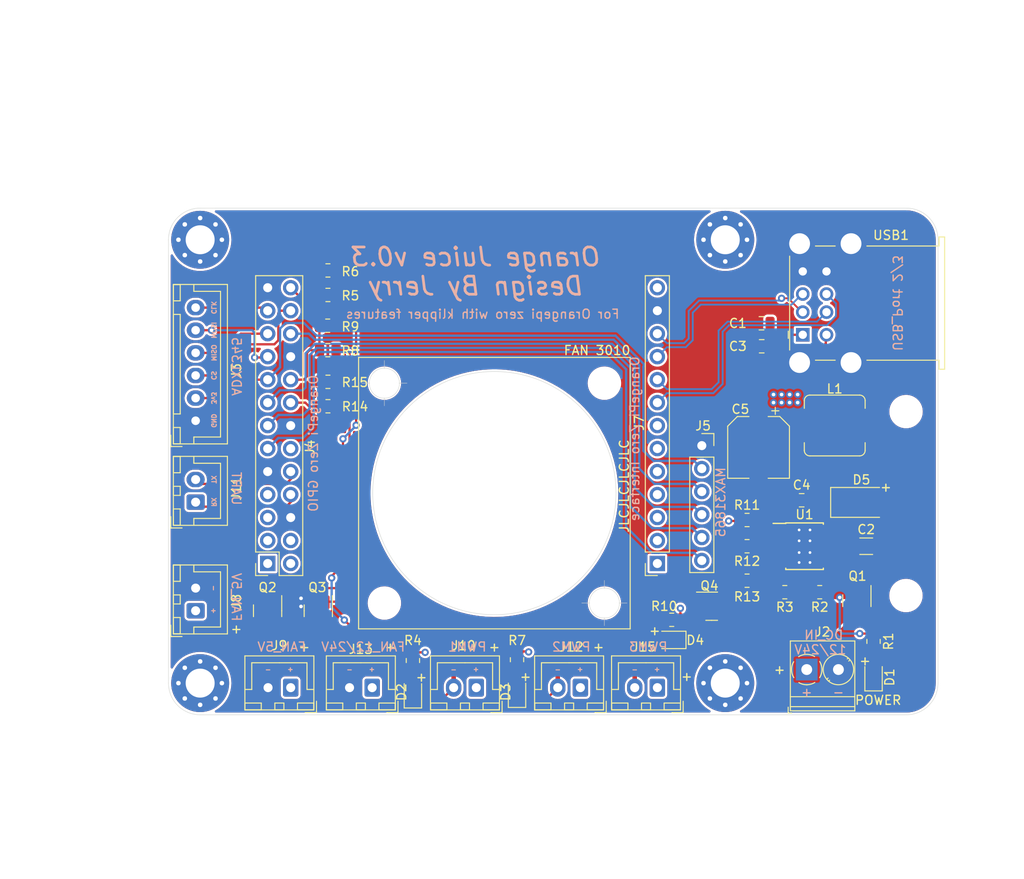
<source format=kicad_pcb>
(kicad_pcb (version 20211014) (generator pcbnew)
  (layers (0 "F.Cu" signal) (1 "In1.Cu" power) (2 "In2.Cu" power) (31 "B.Cu" signal) (34 "B.Paste" user) (35 "F.Paste" user) (36 "B.SilkS" user "B.Silkscreen") (37 "F.SilkS" user "F.Silkscreen") (38 "B.Mask" user) (39 "F.Mask" user) (44 "Edge.Cuts" user))
  (net 0 "")
  (net 1 "GND")
  (net 2 "+5V")
  (net 3 "BUCK_IN")
  (net 4 "BUCK_BOOT")
  (net 5 "BUCK_PH")
  (net 6 "Net-(D1-Pad2)")
  (net 7 "Net-(D2-Pad1)")
  (net 8 "Net-(D3-Pad2)")
  (net 9 "DCIN")
  (net 10 "+3V3")
  (net 11 "SPI1_CS")
  (net 12 "SPI1_MISO")
  (net 13 "SPI1_MOSI")
  (net 14 "SPI1_CLK")
  (net 15 "UART1_RX")
  (net 16 "UART1_TX")
  (net 17 "GPIO_19")
  (net 18 "GPIO_18")
  (net 19 "GPIO_10")
  (net 20 "Net-(Q2-Pad1)")
  (net 21 "Net-(Q3-Pad1)")
  (net 22 "Net-(Q4-Pad1)")
  (net 23 "BUCK_EN")
  (net 24 "BUCK_VSNS")
  (net 25 "Net-(R12-Pad2)")
  (net 27 "GPIO_1_CS")
  (net 28 "GPIO_0_SDI")
  (net 29 "GPIO_3_SDO")
  (net 30 "GPIO_2_CLK")
  (net 36 "USB_DP3")
  (net 37 "USB_DM3")
  (net 38 "USB_DP2")
  (net 39 "USB_DM2")
  (net 48 "Net-(D4-Pad2)")
  (net 49 "Net-(D4-Pad1)")
  (net 50 "Net-(D3-Pad1)")
  (net 51 "Net-(D2-Pad2)")
  (footprint "LED_SMD:LED_0805_2012Metric" (layer "F.Cu") (at 143.5 119 90)
    (property "Reference" "D3")
    (property "Value" "PWM2_STATUS")
    (fp_text reference "D3")
    (fp_text value "PWM2_STATUS")
  )
  (footprint "Connector_JST:JST_XH_B2B-XH-A_1x02_P2.50mm_Vertical" (layer "F.Cu") (at 139 118.5 180)
    (property "Reference" "J10")
    (property "Value" "PWM_OUT1")
    (fp_text reference "J10")
    (fp_text value "PWM_OUT1")
  )
  (footprint "Connector_JST:JST_XH_B2B-XH-A_1x02_P2.50mm_Vertical" (layer "F.Cu") (at 150.5 118.5 180)
    (property "Reference" "J12")
    (property "Value" "PWM_OUT2")
    (fp_text reference "J12")
    (fp_text value "PWM_OUT2")
  )
  (footprint "Connector_JST:JST_XH_B2B-XH-A_1x02_P2.50mm_Vertical" (layer "F.Cu") (at 127.5 118.5 180)
    (property "Reference" "J13")
    (property "Value" "FAN_12/24v")
    (fp_text reference "J13")
    (fp_text value "FAN_12/24v")
  )
  (footprint "Connector_JST:JST_XH_B2B-XH-A_1x02_P2.50mm_Vertical" (layer "F.Cu") (at 108 98 90)
    (property "Reference" "J11")
    (property "Value" "CONN_UART")
    (fp_text reference "J11")
    (fp_text value "CONN_UART")
  )
  (footprint "Connector_JST:JST_XH_B2B-XH-A_1x02_P2.50mm_Vertical" (layer "F.Cu") (at 108 110 90)
    (property "Reference" "J8")
    (property "Value" "FAN_5v")
    (fp_text reference "J8")
    (fp_text value "FAN_5v")
  )
  (footprint "Connector_JST:JST_XH_B2B-XH-A_1x02_P2.50mm_Vertical" (layer "F.Cu") (at 118.5 118.5 180)
    (property "Reference" "J9")
    (property "Value" "PWR_5v")
    (fp_text reference "J9")
    (fp_text value "PWR_5v")
  )
  (footprint "Connector_PinSocket_2.54mm:PinSocket_2x13_P2.54mm_Vertical" (layer "F.Cu") (at 115.96 104.78 180)
    (property "Reference" "J4")
    (property "Value" "OrangePi Zero GPIO PINs")
    (fp_text reference "J4")
    (fp_text value "OrangePi Zero GPIO PINs")
  )
  (footprint "Connector_PinSocket_2.54mm:PinSocket_1x13_P2.54mm_Vertical" (layer "F.Cu") (at 159 104.78 180)
    (property "Reference" "J7")
    (property "Value" "OrangePi Zero Function Interface")
    (fp_text reference "J7")
    (fp_text value "OrangePi Zero Function Interface")
  )
  (footprint "Resistor_SMD:R_0805_2012Metric" (layer "F.Cu") (at 122.6125 75.1 180)
    (property "Reference" "R5")
    (property "Value" "100")
    (fp_text reference "R5")
    (fp_text value "100")
  )
  (footprint "Package_TO_SOT_SMD:SOT-23" (layer "F.Cu") (at 115.95 110 -90)
    (property "Reference" "Q2")
    (property "Value" "AO3400A")
    (fp_text reference "Q2")
    (fp_text value "AO3400A")
  )
  (footprint "Resistor_SMD:R_0805_2012Metric" (layer "F.Cu") (at 160.5875 111)
    (property "Reference" "R10")
    (property "Value" "4k7")
    (fp_text reference "R10")
    (fp_text value "4k7")
  )
  (footprint "Package_TO_SOT_SMD:SOT-23" (layer "F.Cu") (at 165 109.5)
    (property "Reference" "Q4")
    (property "Value" "AO3400A")
    (fp_text reference "Q4")
    (fp_text value "AO3400A")
  )
  (footprint "Resistor_SMD:R_0805_2012Metric" (layer "F.Cu") (at 122.6125 72.39 180)
    (property "Reference" "R6")
    (property "Value" "10k")
    (fp_text reference "R6")
    (fp_text value "10k")
  )
  (footprint "Resistor_SMD:R_0805_2012Metric" (layer "F.Cu") (at 122.6125 84.7 180)
    (property "Reference" "R15")
    (property "Value" "10k")
    (fp_text reference "R15")
    (fp_text value "10k")
  )
  (footprint "Resistor_SMD:R_0805_2012Metric" (layer "F.Cu") (at 143.5 115.4125 90)
    (property "Reference" "R7")
    (property "Value" "4k7")
    (fp_text reference "R7")
    (fp_text value "4k7")
  )
  (footprint "Resistor_SMD:R_0805_2012Metric" (layer "F.Cu") (at 122.6125 87.4 180)
    (property "Reference" "R14")
    (property "Value" "100")
    (fp_text reference "R14")
    (fp_text value "100")
  )
  (footprint "Resistor_SMD:R_0805_2012Metric" (layer "F.Cu") (at 122.5875 78.5 180)
    (property "Reference" "R9")
    (property "Value" "10k")
    (fp_text reference "R9")
    (fp_text value "10k")
  )
  (footprint "Connector_USB:USB_A_Wuerth_61400826021_Horizontal_Stacked" (layer "F.Cu") (at 175.062 79.5 90)
    (property "Reference" "USB1")
    (property "Value" "USB_A_Port_x2")
    (fp_text reference "USB1")
    (fp_text value "USB_A_Port_x2")
  )
  (footprint "Resistor_SMD:R_0805_2012Metric" (layer "F.Cu") (at 132 115.5 90)
    (property "Reference" "R4")
    (property "Value" "4k7")
    (fp_text reference "R4")
    (fp_text value "4k7")
  )
  (footprint "LED_SMD:LED_0805_2012Metric" (layer "F.Cu") (at 132 119.0625 90)
    (property "Reference" "D2")
    (property "Value" "PWM1_STATUS")
    (fp_text reference "D2")
    (fp_text value "PWM1_STATUS")
  )
  (footprint "Connector_JST:JST_XH_B6B-XH-A_1x06_P2.50mm_Vertical" (layer "F.Cu") (at 108 89 90)
    (property "Reference" "J3")
    (property "Value" "CONN_ADXL345")
    (fp_text reference "J3")
    (fp_text value "CONN_ADXL345")
  )
  (footprint "TerminalBlock_Phoenix:TerminalBlock_Phoenix_PT-1,5-2-3.5-H_1x02_P3.50mm_Horizontal" (layer "F.Cu") (at 175.5 116.5)
    (property "Reference" "J2")
    (property "Value" "DC_INPUT")
    (fp_text reference "J2")
    (fp_text value "DC_INPUT")
  )
  (footprint "Connector_PinSocket_2.54mm:PinSocket_1x06_P2.54mm_Vertical" (layer "F.Cu") (at 163.91 91.75)
    (property "Reference" "J5")
    (property "Value" "Conn_MAX31865")
    (fp_text reference "J5")
    (fp_text value "Conn_MAX31865")
  )
  (footprint "Package_TO_SOT_SMD:SOT-23" (layer "F.Cu") (at 121.55 110 -90)
    (property "Reference" "Q3")
    (property "Value" "AO3400A")
    (fp_text reference "Q3")
    (fp_text value "AO3400A")
  )
  (footprint "Connector_JST:JST_XH_B2B-XH-A_1x02_P2.50mm_Vertical" (layer "F.Cu") (at 159 118.5 180)
    (property "Reference" "J15")
    (property "Value" "PWM_OUT3")
    (fp_text reference "J15")
    (fp_text value "PWM_OUT3")
  )
  (footprint "MountingHole:MountingHole_3.2mm_M3_Pad_Via" (layer "F.Cu") (at 108.5 118)
    (property "Reference" "")
    (property "Value" "MH_Board")
    (fp_text reference "H2" hide)
    (fp_text value "MH_Board")
  )
  (footprint "MountingHole:MountingHole_3.2mm_M3_Pad_Via" (layer "F.Cu") (at 166.5 118)
    (property "Reference" "")
    (property "Value" "MH_Board")
    (fp_text reference "H3" hide)
    (fp_text value "MH_Board")
  )
  (footprint "MountingHole:MountingHole_3.2mm_M3_Pad_Via" (layer "F.Cu") (at 166.5 69)
    (property "Reference" "")
    (property "Value" "MH_Board")
    (fp_text reference "H4" hide)
    (fp_text value "MH_Board")
  )
  (footprint "MountingHole:MountingHole_3.2mm_M3" (layer "F.Cu") (at 153.15 109.15)
    (property "Reference" "H8")
    (property "Value" "MH_FAN")
    (fp_text reference "H8" hide)
    (fp_text value "MH_FAN")
  )
  (footprint "MountingHole:MountingHole_3.2mm_M3" (layer "F.Cu") (at 186.46 108.32)
    (property "Reference" "H9")
    (property "Value" "MH_MAX31865")
    (fp_text reference "H9" hide)
    (fp_text value "MH_MAX31865")
  )
  (footprint "MountingHole:MountingHole_3.2mm_M3" (layer "F.Cu") (at 186.47 87.99)
    (property "Reference" "H10")
    (property "Value" "MH_MAX31865")
    (fp_text reference "H10" hide)
    (fp_text value "MH_MAX31865")
  )
  (footprint "MountingHole:MountingHole_3.2mm_M3_Pad_Via" (layer "F.Cu") (at 108.5 69)
    (property "Reference" "")
    (property "Value" "MH_Board")
    (fp_text reference "H1" hide)
    (fp_text value "MH_Board")
  )
  (footprint "MountingHole:MountingHole_3.2mm_M3" (layer "F.Cu") (at 128.85 84.85)
    (property "Reference" "H5")
    (property "Value" "MH_FAN")
    (fp_text reference "H5" hide)
    (fp_text value "MH_FAN")
  )
  (footprint "MountingHole:MountingHole_3.2mm_M3" (layer "F.Cu") (at 153.15 84.85)
    (property "Reference" "H7")
    (property "Value" "MH_FAN")
    (fp_text reference "H7" hide)
    (fp_text value "MH_FAN")
  )
  (footprint "MountingHole:MountingHole_3.2mm_M3" (layer "F.Cu") (at 128.85 109.15)
    (property "Reference" "H6")
    (property "Value" "MH_FAN")
    (fp_text reference "H6" hide)
    (fp_text value "MH_FAN")
  )
  (footprint "Resistor_SMD:R_0805_2012Metric" (layer "F.Cu") (at 122.6 81.2 180)
    (property "Reference" "R8")
    (property "Value" "100")
    (fp_text reference "R8")
    (fp_text value "100")
  )
  (footprint "Resistor_SMD:R_0805_2012Metric" (layer "F.Cu") (at 176.9345 107.95 180)
    (property "Reference" "R2")
    (property "Value" "100k")
    (fp_text reference "R2")
    (fp_text value "100k")
  )
  (footprint "LED_SMD:LED_0805_2012Metric" (layer "F.Cu") (at 182.88 117.1725 90)
    (property "Reference" "D1")
    (property "Value" "PWR_LED")
    (fp_text reference "D1")
    (fp_text value "PWR_LED")
  )
  (footprint "Package_TO_SOT_SMD:SOT-23" (layer "F.Cu") (at 181.036 108.8875 -90)
    (property "Reference" "Q1")
    (property "Value" "AO3401A")
    (fp_text reference "Q1")
    (fp_text value "AO3401A")
  )
  (footprint "Resistor_SMD:R_0805_2012Metric" (layer "F.Cu") (at 173.0775 107.95 180)
    (property "Reference" "R3")
    (property "Value" "21k")
    (fp_text reference "R3")
    (fp_text value "21k")
  )
  (footprint "Resistor_SMD:R_0805_2012Metric" (layer "F.Cu") (at 182.88 113.3875 -90)
    (property "Reference" "R1")
    (property "Value" "4k7")
    (fp_text reference "R1")
    (fp_text value "4k7")
  )
  (footprint "Inductor_SMD:L_Sumida_CDMC6D28_7.25x6.5mm" (layer "F.Cu") (at 178.592 89.526 180)
    (property "Reference" "L1")
    (property "Value" "15u")
    (fp_text reference "L1")
    (fp_text value "15u")
  )
  (footprint "Capacitor_SMD:CP_Elec_6.3x5.4" (layer "F.Cu") (at 170.18 91.948 -90)
    (property "Reference" "C5")
    (property "Value" "220u")
    (fp_text reference "C5")
    (fp_text value "220u")
  )
  (footprint "Package_SO:TI_SO-PowerPAD-8_ThermalVias" (layer "F.Cu") (at 175.26 102.87)
    (property "Reference" "U1")
    (property "Value" "TPS5430")
    (fp_text reference "U1")
    (fp_text value "TPS5430")
  )
  (footprint "Capacitor_SMD:C_1206_3216Metric" (layer "F.Cu") (at 182.069 102.87)
    (property "Reference" "C2")
    (property "Value" "10u")
    (fp_text reference "C2")
    (fp_text value "10u")
  )
  (footprint "Resistor_SMD:R_0805_2012Metric" (layer "F.Cu") (at 168.91 106.68)
    (property "Reference" "R13")
    (property "Value" "240")
    (fp_text reference "R13")
    (fp_text value "240")
  )
  (footprint "Resistor_SMD:R_0805_2012Metric" (layer "F.Cu") (at 168.91 102.87 180)
    (property "Reference" "R12")
    (property "Value" "3k")
    (fp_text reference "R12")
    (fp_text value "3k")
  )
  (footprint "Capacitor_SMD:C_0805_2012Metric" (layer "F.Cu") (at 170.5254 80.772 180)
    (property "Reference" "C3")
    (property "Value" "22u")
    (fp_text reference "C3")
    (fp_text value "22u")
  )
  (footprint "LED_SMD:LED_0805_2012Metric" (layer "F.Cu") (at 160.4795 113.226 180)
    (property "Reference" "D4")
    (property "Value" "PWM3_STATUS")
    (fp_text reference "D4")
    (fp_text value "PWM3_STATUS")
  )
  (footprint "Capacitor_SMD:C_0805_2012Metric" (layer "F.Cu") (at 170.5 78.232 180)
    (property "Reference" "C1")
    (property "Value" "22u")
    (fp_text reference "C1")
    (fp_text value "22u")
  )
  (footprint "Diode_SMD:D_SMA" (layer "F.Cu") (at 181.542 98.026)
    (property "Reference" "D5")
    (property "Value" "B340A")
    (fp_text reference "D5")
    (fp_text value "B340A")
  )
  (footprint "Capacitor_SMD:C_0805_2012Metric" (layer "F.Cu") (at 174.94 97.79)
    (property "Reference" "C4")
    (property "Value" "10n")
    (fp_text reference "C4")
    (fp_text value "10n")
  )
  (footprint "Resistor_SMD:R_0805_2012Metric" (layer "F.Cu") (at 168.91 99.9725)
    (property "Reference" "R11")
    (property "Value" "10k")
    (fp_text reference "R11")
    (fp_text value "10k")
  )
  (gr_line (start 156 112) (end 156 82) (layer "F.SilkS") (width 0.12))
  (gr_line (start 126 82) (end 126 112) (layer "F.SilkS") (width 0.12))
  (gr_line (start 126 112) (end 156 112) (layer "F.SilkS") (width 0.12))
  (gr_line (start 156 82) (end 126 82) (layer "F.SilkS") (width 0.12))
  (gr_arc (start 186.5 65.5) (mid 188.974874 66.525126) (end 190 69) (layer "Edge.Cuts") (width 0.05))
  (gr_arc (start 108.5 121.5) (mid 106.025126 120.474874) (end 105 118) (layer "Edge.Cuts") (width 0.05))
  (gr_arc (start 105 69) (mid 106.025126 66.525126) (end 108.5 65.5) (layer "Edge.Cuts") (width 0.05))
  (gr_arc (start 190 118) (mid 188.974874 120.474874) (end 186.5 121.5) (layer "Edge.Cuts") (width 0.05))
  (gr_line (start 108.5 65.5) (end 186.5 65.5) (layer "Edge.Cuts") (width 0.05))
  (gr_line (start 190 69) (end 190 118) (layer "Edge.Cuts") (width 0.05))
  (gr_circle (center 141 97) (end 150.5 106.5) (layer "Edge.Cuts") (width 0.05) (fill none))
  (gr_line (start 186.5 121.5) (end 108.5 121.5) (layer "Edge.Cuts") (width 0.05))
  (gr_line (start 105 118) (end 105 69) (layer "Edge.Cuts") (width 0.05))
  (gr_text "UART" (at 112.5 96.5 -90) (layer "B.SilkS") (effects (font (size 1 1)) (justify mirror)))
  (gr_text "FAN_5V" (at 112.5 108.5 -90) (layer "B.SilkS") (effects (font (size 1 1)) (justify mirror)))
  (gr_text "FAN_5V" (at 117.5 114) (layer "B.SilkS") (effects (font (size 1 1)) (justify mirror)))
  (gr_text "FAN_12/24V" (at 126.5 114) (layer "B.SilkS") (effects (font (size 1 1)) (justify mirror)))
  (gr_text "PWM1" (at 138 114) (layer "B.SilkS") (effects (font (size 1 1)) (justify mirror)))
  (gr_text "PWM2" (at 149.5 114) (layer "B.SilkS") (effects (font (size 1 1)) (justify mirror)))
  (gr_text "PWM3" (at 158 114) (layer "B.SilkS") (effects (font (size 1 1)) (justify mirror)))
  (gr_text "DC_IN \n12/24V" (at 177 113.5) (layer "B.SilkS") (effects (font (size 1 1)) (justify mirror)))
  (gr_text "MAX31865" (at 166 98 90) (layer "B.SilkS") (effects (font (size 1 1)) (justify mirror)))
  (gr_text "OrangePi Zero GPIO" (at 121 91.5 90) (layer "B.SilkS") (effects (font (size 1 1)) (justify mirror)))
  (gr_text "OrangePi Zero Interface" (at 156.5 91 90) (layer "B.SilkS") (effects (font (size 1 1)) (justify mirror)))
  (gr_text "USB_Port 2/3" (at 185.5 76 -90) (layer "B.SilkS") (effects (font (size 1 1)) (justify mirror)))
  (gr_text "MOSI" (at 110 79 270) (layer "B.SilkS") (effects (font (size 0.5 0.5) (thickness 0.125)) (justify mirror)))
  (gr_text "MISO" (at 110 81.5 -90) (layer "B.SilkS") (effects (font (size 0.5 0.5) (thickness 0.125)) (justify mirror)))
  (gr_text "CS" (at 110 84 -90) (layer "B.SilkS") (effects (font (size 0.5 0.5) (thickness 0.125)) (justify mirror)))
  (gr_text "3v3" (at 110 86.5 -90) (layer "B.SilkS") (effects (font (size 0.5 0.5) (thickness 0.125)) (justify mirror)))
  (gr_text "GND" (at 110 89 -90) (layer "B.SilkS") (effects (font (size 0.5 0.5) (thickness 0.125)) (justify mirror)))
  (gr_text "TX" (at 110 95.5 -90) (layer "B.SilkS") (effects (font (size 0.5 0.5) (thickness 0.125)) (justify mirror)))
  (gr_text "RX" (at 110 98 -90) (layer "B.SilkS") (effects (font (size 0.5 0.5) (thickness 0.125)) (justify mirror)))
  (gr_text "+" (at 110 110 -90) (layer "B.SilkS") (effects (font (size 0.5 0.5) (thickness 0.125)) (justify mirror)))
  (gr_text "-" (at 110 107.5 -90) (layer "B.SilkS") (effects (font (size 0.5 0.5) (thickness 0.125)) (justify mirror)))
  (gr_text "+" (at 118.5 116.5 -90) (layer "B.SilkS") (effects (font (size 0.5 0.5) (thickness 0.125)) (justify mirror)))
  (gr_text "-" (at 116 116.5) (layer "B.SilkS") (effects (font (size 0.5 0.5) (thickness 0.125)) (justify mirror)))
  (gr_text "+" (at 127.5 116.5 -90) (layer "B.SilkS") (effects (font (size 0.5 0.5) (thickness 0.125)) (justify mirror)))
  (gr_text "-" (at 125 116.5) (layer "B.SilkS") (effects (font (size 0.5 0.5) (thickness 0.125)) (justify mirror)))
  (gr_text "+" (at 139 116.5 -90) (layer "B.SilkS") (effects (font (size 0.5 0.5) (thickness 0.125)) (justify mirror)))
  (gr_text "+" (at 150.5 116.5 -90) (layer "B.SilkS") (effects (font (size 0.5 0.5) (thickness 0.125)) (justify mirror)))
  (gr_text "+" (at 159 116.5 -90) (layer "B.SilkS") (effects (font (size 0.5 0.5) (thickness 0.125)) (justify mirror)))
  (gr_text "-" (at 136.5 116.5) (layer "B.SilkS") (effects (font (size 0.5 0.5) (thickness 0.125)) (justify mirror)))
  (gr_text "-" (at 148 116.5) (layer "B.SilkS") (effects (font (size 0.5 0.5) (thickness 0.125)) (justify mirror)))
  (gr_text "-" (at 156.5 116.5) (layer "B.SilkS") (effects (font (size 0.5 0.5) (thickness 0.125)) (justify mirror)))
  (gr_text "+" (at 175.5 119) (layer "B.SilkS") (effects (font (size 1 1)) (justify mirror)))
  (gr_text "-" (at 179 119) (layer "B.SilkS") (effects (font (size 1 1)) (justify mirror)))
  (gr_text "ADXL345" (at 112.5 83 270) (layer "B.SilkS") (effects (font (size 1 1)) (justify mirror)))
  (gr_text "Orange Juice v0.3\nDesign By Jerry" (at 139 72.5) (layer "B.SilkS") (effects (font (size 2 2) (thickness 0.3) italic) (justify mirror)))
  (gr_text "CLK" (at 110 76.5 270) (layer "B.SilkS") (effects (font (size 0.5 0.5) (thickness 0.125)) (justify mirror)))
  (gr_text "For Orangepi zero with klipper features" (at 139.7 77.216) (layer "B.SilkS") (effects (font (size 1 1)) (justify mirror)))
  (gr_text "+" (at 120 114) (layer "F.SilkS") (effects (font (size 1 1))))
  (gr_text "+" (at 129.5 114) (layer "F.SilkS") (effects (font (size 1 1))))
  (gr_text "+" (at 141 114) (layer "F.SilkS") (effects (font (size 1 1))))
  (gr_text "+" (at 152.5 114) (layer "F.SilkS") (effects (font (size 1 1))))
  (gr_text "+" (at 158.712 112.196) (layer "F.SilkS") (effects (font (size 1 1))))
  (gr_text "+" (at 112.5 112) (layer "F.SilkS") (effects (font (size 1 1))))
  (gr_text "+" (at 132.942 117.326) (layer "F.SilkS") (effects (font (size 1 1))))
  (gr_text "+" (at 144.442 117.275) (layer "F.SilkS") (effects (font (size 1 1))))
  (gr_text "+" (at 162.25 117.25) (layer "F.SilkS") (effects (font (size 1 1))))
  (gr_text "FAN 3010" (at 152.342 81.226) (layer "F.SilkS") (effects (font (size 1 1))))
  (gr_text "POWER" (at 183.388 119.888) (layer "F.SilkS") (effects (font (size 1 1))))
  (gr_text "+" (at 181.942 115.526) (layer "F.SilkS") (effects (font (size 1 1))))
  (gr_text "+" (at 172.5 116.5) (layer "F.SilkS") (effects (font (size 1 1))))
  (gr_text "JLCJLCJLCJLC" (at 155.342 96.226 90) (layer "F.SilkS") (effects (font (size 1 1))))
  (gr_text "+" (at 184.242 96.326) (layer "F.SilkS") (effects (font (size 1 1))))
  (target plus (at 128.85 84.85) (size 5) (width 0.05) (layer "Edge.Cuts"))
  (target plus (at 153.15 109.15) (size 5) (width 0.05) (layer "Edge.Cuts"))
  (segment (start 123.55 84.675) (end 123.525 84.7) (width 0.25) (layer "F.Cu") (net 1))
  (segment (start 123.55 72.365) (end 123.525 72.39) (width 0.25) (layer "F.Cu") (net 1))
  (segment (start 163.86 91.8) (end 163.91 91.75) (width 0.75) (layer "F.Cu") (net 1))
  (via (at 119.642 109.526) (size 0.8) (drill 0.4) (layers "F.Cu" "B.Cu") (net 1))
  (via (at 119.642 108.626) (size 0.8) (drill 0.4) (layers "F.Cu" "B.Cu") (net 1))
  (segment (start 177.318511 80.745489) (end 177.604 80.46) (width 0.25) (layer "F.Cu") (net 2))
  (segment (start 171.45 78.232) (end 171.45 79.248) (width 0.25) (layer "F.Cu") (net 2))
  (segment (start 171.501911 80.745489) (end 177.318511 80.745489) (width 0.25) (layer "F.Cu") (net 2))
  (segment (start 171.704 79.502) (end 171.706 79.5) (width 0.25) (layer "F.Cu") (net 2))
  (segment (start 167.894 100.076) (end 167.9975 99.9725) (width 0.25) (layer "F.Cu") (net 2))
  (segment (start 171.706 79.5) (end 174.984 79.5) (width 0.25) (layer "F.Cu") (net 2))
  (segment (start 171.45 79.248) (end 171.704 79.502) (width 0.25) (layer "F.Cu") (net 2))
  (segment (start 166.878 100.076) (end 167.894 100.076) (width 0.25) (layer "F.Cu") (net 2))
  (segment (start 171.4754 80.772) (end 171.501911 80.745489) (width 0.25) (layer "F.Cu") (net 2))
  (segment (start 177.604 80.46) (end 177.604 79.5) (width 0.25) (layer "F.Cu") (net 2))
  (via (at 174.498 86.995) (size 0.8) (drill 0.4) (layers "F.Cu" "B.Cu") (net 2))
  (via (at 171.831 86.995) (size 0.8) (drill 0.4) (layers "F.Cu" "B.Cu") (net 2))
  (via (at 166.878 100.076) (size 0.8) (drill 0.4) (layers "F.Cu" "B.Cu") (net 2))
  (via (at 172.72 86.106) (size 0.8) (drill 0.4) (layers "F.Cu" "B.Cu") (net 2))
  (via (at 174.498 86.106) (size 0.8) (drill 0.4) (layers "F.Cu" "B.Cu") (net 2))
  (via (at 172.72 86.995) (size 0.8) (drill 0.4) (layers "F.Cu" "B.Cu") (net 2))
  (via (at 171.831 86.106) (size 0.8) (drill 0.4) (layers "F.Cu" "B.Cu") (net 2))
  (via (at 173.609 86.995) (size 0.8) (drill 0.4) (layers "F.Cu" "B.Cu") (net 2))
  (via (at 173.609 86.106) (size 0.8) (drill 0.4) (layers "F.Cu" "B.Cu") (net 2))
  (segment (start 182.833 112.522) (end 182.88 112.475) (width 0.25) (layer "F.Cu") (net 3))
  (segment (start 181.356 112.522) (end 182.833 112.522) (width 0.25) (layer "F.Cu") (net 3))
  (segment (start 179.142 108.526) (end 179.142 108.126) (width 0.25) (layer "F.Cu") (net 3))
  (segment (start 179.142 108.126) (end 179.342 107.926) (width 0.25) (layer "F.Cu") (net 3))
  (segment (start 179.342 107.926) (end 180.062 107.926) (width 0.25) (layer "F.Cu") (net 3))
  (segment (start 180.062 107.926) (end 180.086 107.95) (width 0.25) (layer "F.Cu") (net 3))
  (via (at 179.142 108.526) (size 0.8) (drill 0.4) (layers "F.Cu" "B.Cu") (net 3))
  (via (at 181.356 112.522) (size 0.8) (drill 0.4) (layers "F.Cu" "B.Cu") (net 3))
  (segment (start 179.142 108.526) (end 179.142 112.226) (width 0.25) (layer "B.Cu") (net 3))
  (segment (start 179.442 112.526) (end 181.352 112.526) (width 0.25) (layer "B.Cu") (net 3))
  (segment (start 181.352 112.526) (end 181.356 112.522) (width 0.25) (layer "B.Cu") (net 3))
  (segment (start 179.142 112.226) (end 179.442 112.526) (width 0.25) (layer "B.Cu") (net 3))
  (segment (start 172.56 98.204) (end 172.56 100.965) (width 0.25) (layer "F.Cu") (net 4))
  (segment (start 173.99 97.79) (end 172.974 97.79) (width 0.25) (layer "F.Cu") (net 4))
  (segment (start 172.974 97.79) (end 172.56 98.204) (width 0.25) (layer "F.Cu") (net 4))
  (segment (start 182.88 114.3) (end 182.88 116.235) (width 0.25) (layer "F.Cu") (net 6))
  (segment (start 132 120) (end 135 120) (width 0.25) (layer "F.Cu") (net 7))
  (segment (start 135 120) (end 136.5 118.5) (width 0.25) (layer "F.Cu") (net 7))
  (segment (start 135.7 113.5) (end 136.5 114.3) (width 0.5) (layer "F.Cu") (net 7))
  (segment (start 115.95 111) (end 115.95 112.45) (width 0.5) (layer "F.Cu") (net 7))
  (segment (start 136.5 114.3) (end 136.5 118.5) (width 0.5) (layer "F.Cu") (net 7))
  (segment (start 135.65 113.5) (end 135.7 113.5) (width 0.5) (layer "F.Cu") (net 7))
  (segment (start 117 113.5) (end 135.65 113.5) (width 0.5) (layer "F.Cu") (net 7))
  (segment (start 115.95 112.45) (end 117 113.5) (width 0.5) (layer "F.Cu") (net 7))
  (segment (start 143.5 116.325) (end 143.5 118.0625) (width 0.25) (layer "F.Cu") (net 8))
  (segment (start 143.5 114.5) (end 144.726 114.5) (width 0.25) (layer "F.Cu") (net 9))
  (segment (start 161.544 110.956) (end 161.5 111) (width 0.25) (layer "F.Cu") (net 9))
  (segment (start 133.35 114.6) (end 132.0125 114.6) (width 0.25) (layer "F.Cu") (net 9))
  (segment (start 161.544 109.728) (end 161.544 110.956) (width 0.25) (layer "F.Cu") (net 9))
  (segment (start 144.726 114.5) (end 144.78 114.554) (width 0.25) (layer "F.Cu") (net 9))
  (segment (start 132.0125 114.6) (end 132 114.5875) (width 0.25) (layer "F.Cu") (net 9))
  (via (at 144.78 114.554) (size 0.8) (drill 0.4) (layers "F.Cu" "B.Cu") (net 9))
  (via (at 161.544 109.728) (size 0.8) (drill 0.4) (layers "F.Cu" "B.Cu") (net 9))
  (via (at 133.35 114.6) (size 0.8) (drill 0.4) (layers "F.Cu" "B.Cu") (net 9))
  (segment (start 109.79 84.46) (end 115.96 84.46) (width 0.25) (layer "F.Cu") (net 10))
  (segment (start 109.5 86.25) (end 109.5 84.75) (width 0.25) (layer "F.Cu") (net 10))
  (segment (start 109.5 84.75) (end 109.79 84.46) (width 0.25) (layer "F.Cu") (net 10))
  (segment (start 108 86.5) (end 109.25 86.5) (width 0.25) (layer "F.Cu") (net 10))
  (segment (start 109.25 86.5) (end 109.5 86.25) (width 0.25) (layer "F.Cu") (net 10))
  (segment (start 117.935999 78.204999) (end 119.966922 78.204999) (width 0.25) (layer "B.Cu") (net 10))
  (segment (start 119.966922 78.204999) (end 121.362883 79.60096) (width 0.25) (layer "B.Cu") (net 10))
  (segment (start 121.362883 79.60096) (end 154.373088 79.60096) (width 0.25) (layer "B.Cu") (net 10))
  (segment (start 157.44952 92.326) (end 158.563521 93.440001) (width 0.25) (layer "B.Cu") (net 10))
  (segment (start 157.5 82.727872) (end 157.5 82.984) (width 0.25) (layer "B.Cu") (net 10))
  (segment (start 163.060001 93.440001) (end 158.620999 93.440001) (width 0.25) (layer "B.Cu") (net 10))
  (segment (start 117.324999 78.815999) (end 117.935999 78.204999) (width 0.25) (layer "B.Cu") (net 10))
  (segment (start 115.96 84.46) (end 117.324999 83.095001) (width 0.25) (layer "B.Cu") (net 10))
  (segment (start 157.44952 83.03448) (end 157.44952 92.326) (width 0.25) (layer "B.Cu") (net 10))
  (segment (start 154.373088 79.60096) (end 157.5 82.727872) (width 0.25) (layer "B.Cu") (net 10))
  (segment (start 158.620999 93.440001) (end 157.5 92.319002) (width 0.25) (layer "B.Cu") (net 10))
  (segment (start 117.324999 83.095001) (end 117.324999 78.815999) (width 0.25) (layer "B.Cu") (net 10))
  (segment (start 163.91 94.29) (end 163.060001 93.440001) (width 0.25) (layer "B.Cu") (net 10))
  (segment (start 157.5 82.984) (end 157.44952 83.03448) (width 0.25) (layer "B.Cu") (net 10))
  (segment (start 158.563521 93.440001) (end 158.620999 93.440001) (width 0.25) (layer "B.Cu") (net 10))
  (segment (start 109.5 82.25) (end 109.79999 81.95001) (width 0.25) (layer "F.Cu") (net 11))
  (segment (start 117.41 76.84) (end 118.5 76.84) (width 0.25) (layer "F.Cu") (net 11))
  (segment (start 112.81799 81.95001) (end 113.19952 81.56848) (width 0.25) (layer "F.Cu") (net 11))
  (segment (start 109.25 84) (end 109.5 83.75) (width 0.25) (layer "F.Cu") (net 11))
  (segment (start 113.19952 81.56848) (end 113.19952 80.80048) (width 0.25) (layer "F.Cu") (net 11))
  (segment (start 109.79999 81.95001) (end 112.81799 81.95001) (width 0.25) (layer "F.Cu") (net 11))
  (segment (start 113.444999 80.555001) (end 116.694999 80.555001) (width 0.25) (layer "F.Cu") (net 11))
  (segment (start 109.5 83.75) (end 109.5 82.25) (width 0.25) (layer "F.Cu") (net 11))
  (segment (start 117.135001 77.114999) (end 117.41 76.84) (width 0.25) (layer "F.Cu") (net 11))
  (segment (start 116.694999 80.555001) (end 117.135001 80.114999) (width 0.25) (layer "F.Cu") (net 11))
  (segment (start 113.19952 80.80048) (end 113.444999 80.555001) (width 0.25) (layer "F.Cu") (net 11))
  (segment (start 108 84) (end 109.25 84) (width 0.25) (layer "F.Cu") (net 11))
  (segment (start 117.135001 80.114999) (end 117.135001 77.114999) (width 0.25) (layer "F.Cu") (net 11))
  (segment (start 112.742 79.626) (end 112.988 79.38) (width 0.25) (layer "F.Cu") (net 12))
  (segment (start 112.742 81.226) (end 112.742 79.626) (width 0.25) (layer "F.Cu") (net 12))
  (segment (start 112.988 79.38) (end 115.96 79.38) (width 0.25) (layer "F.Cu") (net 12))
  (segment (start 112.468 81.5) (end 112.742 81.226) (width 0.25) (layer "F.Cu") (net 12))
  (segment (start 108 81.5) (end 112.468 81.5) (width 0.25) (layer "F.Cu") (net 12))
  (segment (start 115.867347 82.012653) (end 115.96 81.92) (width 0.25) (layer "F.Cu") (net 13))
  (segment (start 108 79) (end 109.75 79) (width 0.25) (layer "F.Cu") (net 13))
  (segment (start 114.512653 82.012653) (end 115.867347 82.012653) (width 0.25) (layer "F.Cu") (net 13))
  (via (at 109.75 79) (size 0.8) (drill 0.4) (layers "F.Cu" "B.Cu") (net 13))
  (via (at 114.512653 82.012653) (size 0.8) (drill 0.4) (layers "F.Cu" "B.Cu") (net 13))
  (segment (start 114.512653 79.262653) (end 114.512653 82.012653) (width 0.25) (layer "B.Cu") (net 13))
  (segment (start 109.75 79) (end 114.25 79) (width 0.25) (layer "B.Cu") (net 13))
  (segment (start 114.25 79) (end 114.512653 79.262653) (width 0.25) (layer "B.Cu") (net 13))
  (segment (start 115.62 76.5) (end 115.96 76.84) (width 0.25) (layer "F.Cu") (net 14))
  (segment (start 108 76.5) (end 115.62 76.5) (width 0.25) (layer "F.Cu") (net 14))
  (segment (start 118 98.5) (end 108.5 98.5) (width 0.25) (layer "F.Cu") (net 15))
  (segment (start 108.5 98.5) (end 108 98) (width 0.25) (layer "F.Cu") (net 15))
  (segment (start 118.5 98) (end 118 98.5) (width 0.25) (layer "F.Cu") (net 15))
  (segment (start 118.5 97.16) (end 118.5 98) (width 0.25) (layer "F.Cu") (net 15))
  (segment (start 118.5 94.62) (end 118.5 95.469998) (width 0.25) (layer "F.Cu") (net 16))
  (segment (start 117.984999 95.984999) (end 108.484999 95.984999) (width 0.25) (layer "F.Cu") (net 16))
  (segment (start 108 95.5) (end 108.5 96) (width 0.25) (layer "F.Cu") (net 16))
  (segment (start 118.5 95.469998) (end 117.984999 95.984999) (width 0.25) (layer "F.Cu") (net 16))
  (segment (start 120.542 87.426) (end 121.674 87.426) (width 0.25) (layer "F.Cu") (net 17))
  (segment (start 120.116 87) (end 120.542 87.426) (width 0.25) (layer "F.Cu") (net 17))
  (segment (start 121.7 87.4) (end 121.7 84.7) (width 0.25) (layer "F.Cu") (net 17))
  (segment (start 118.5 87) (end 120.116 87) (width 0.25) (layer "F.Cu") (net 17))
  (segment (start 121.674 87.426) (end 121.7 87.4) (width 0.25) (layer "F.Cu") (net 17))
  (segment (start 120.3 81.5) (end 120.6 81.2) (width 0.25) (layer "F.Cu") (net 18))
  (segment (start 121.675 81.1875) (end 121.6875 81.2) (width 0.25) (layer "F.Cu") (net 18))
  (segment (start 121.675 78.5) (end 121.675 81.1875) (width 0.25) (layer "F.Cu") (net 18))
  (segment (start 118.5 84.46) (end 119.94 84.46) (width 0.25) (layer "F.Cu") (net 18))
  (segment (start 120.6 81.2) (end 121.6875 81.2) (width 0.25) (layer "F.Cu") (net 18))
  (segment (start 120.3 84.1) (end 120.3 81.5) (width 0.25) (layer "F.Cu") (net 18))
  (segment (start 119.94 84.46) (end 120.3 84.1) (width 0.25) (layer "F.Cu") (net 18))
  (segment (start 121.7 75.1) (end 121.7 72.1) (width 0.25) (layer "F.Cu") (net 19))
  (segment (start 118.5 74.3) (end 119.326 75.126) (width 0.25) (layer "F.Cu") (net 19))
  (segment (start 121.674 75.126) (end 121.7 75.1) (width 0.25) (layer "F.Cu") (net 19))
  (segment (start 119.326 75.126) (end 121.674 75.126) (width 0.25) (layer "F.Cu") (net 19))
  (segment (start 124.275 91) (end 124.275 106.975) (width 0.25) (layer "F.Cu") (net 20))
  (segment (start 123.75 107.5) (end 124.275 106.975) (width 0.25) (layer "F.Cu") (net 20))
  (segment (start 117.5 107.5) (end 123.75 107.5) (width 0.25) (layer "F.Cu") (net 20))
  (segment (start 125.725 75.687) (end 125.725 89.5) (width 0.25) (layer "F.Cu") (net 20))
  (segment (start 125.222 75.184) (end 125.725 75.687) (width 0.25) (layer "F.Cu") (net 20))
  (segment (start 123.609 75.184) (end 125.222 75.184) (width 0.25) (layer "F.Cu") (net 20))
  (segment (start 116.9 109) (end 116.9 108.1) (width 0.25) (layer "F.Cu") (net 20))
  (segment (start 116.9 108.1) (end 117.5 107.5) (width 0.25) (layer "F.Cu") (net 20))
  (via (at 125.725 89.5) (size 0.8) (drill 0.4) (layers "F.Cu" "B.Cu") (net 20))
  (via (at 124.275 91) (size 0.8) (drill 0.4) (layers "F.Cu" "B.Cu") (net 20))
  (segment (start 125.5 89.725) (end 125.725 89.5) (width 0.25) (layer "B.Cu") (net 20))
  (segment (start 124.275 91) (end 125.5 89.775) (width 0.25) (layer "B.Cu") (net 20))
  (segment (start 125.5 89.775) (end 125.5 89.725) (width 0.25) (layer "B.Cu") (net 20))
  (segment (start 124.5 109) (end 125 108.5) (width 0.25) (layer "F.Cu") (net 21))
  (segment (start 125 81.5) (end 124.7 81.2) (width 0.25) (layer "F.Cu") (net 21))
  (segment (start 122.5 109) (end 124.5 109) (width 0.25) (layer "F.Cu") (net 21))
  (segment (start 125 108.5) (end 125 81.5) (width 0.25) (layer "F.Cu") (net 21))
  (segment (start 124.7 81.2) (end 123.5125 81.2) (width 0.25) (layer "F.Cu") (net 21))
  (segment (start 164.084 107.95) (end 164.084 108.5285) (width 0.25) (layer "F.Cu") (net 22))
  (segment (start 163.83 107.696) (end 164.084 107.95) (width 0.25) (layer "F.Cu") (net 22))
  (segment (start 123.025 106.175) (end 123.025 106.375) (width 0.25) (layer "F.Cu") (net 22))
  (segment (start 156.718 107.696) (end 163.83 107.696) (width 0.25) (layer "F.Cu") (net 22))
  (segment (start 123.525 87.4) (end 123.525 105.675) (width 0.25) (layer "F.Cu") (net 22))
  (segment (start 124.425 111.025) (end 125.175 111.775) (width 0.25) (layer "F.Cu") (net 22))
  (segment (start 123.525 105.675) (end 123.025 106.175) (width 0.25) (layer "F.Cu") (net 22))
  (segment (start 164.084 108.5285) (end 164.0625 108.55) (width 0.25) (layer "F.Cu") (net 22))
  (segment (start 125.175 111.775) (end 155.687 111.775) (width 0.25) (layer "F.Cu") (net 22))
  (segment (start 156.21 111.252) (end 156.21 108.204) (width 0.25) (layer "F.Cu") (net 22))
  (segment (start 155.687 111.775) (end 156.21 111.252) (width 0.25) (layer "F.Cu") (net 22))
  (segment (start 156.21 108.204) (end 156.718 107.696) (width 0.25) (layer "F.Cu") (net 22))
  (via (at 124.425 111.025) (size 0.8) (drill 0.4) (layers "F.Cu" "B.Cu") (net 22))
  (via (at 123.025 106.375) (size 0.8) (drill 0.4) (layers "F.Cu" "B.Cu") (net 22))
  (segment (start 124.425 111.025) (end 123.025 109.625) (width 0.25) (layer "B.Cu") (net 22))
  (segment (start 123.025 109.625) (end 123.025 106.375) (width 0.25) (layer "B.Cu") (net 22))
  (segment (start 176.53 106.426) (end 176.022 106.934) (width 0.25) (layer "F.Cu") (net 23))
  (segment (start 173.99 107.95) (end 176.022 107.95) (width 0.25) (layer "F.Cu") (net 23))
  (segment (start 177.96 104.775) (end 177.96 106.012) (width 0.25) (layer "F.Cu") (net 23))
  (segment (start 176.022 106.934) (end 176.022 107.95) (width 0.25) (layer "F.Cu") (net 23))
  (segment (start 177.546 106.426) (end 176.53 106.426) (width 0.25) (layer "F.Cu") (net 23))
  (segment (start 177.96 106.012) (end 177.546 106.426) (width 0.25) (layer "F.Cu") (net 23))
  (segment (start 169.8225 102.87) (end 169.8225 104.4175) (width 0.25) (layer "F.Cu") (net 24))
  (segment (start 169.8225 104.4175) (end 170.18 104.775) (width 0.25) (layer "F.Cu") (net 24))
  (segment (start 170.18 104.775) (end 172.56 104.775) (width 0.25) (layer "F.Cu") (net 24))
  (segment (start 169.8225 99.9725) (end 169.8225 102.87) (width 0.25) (layer "F.Cu") (net 24))
  (segment (start 167.9975 102.87) (end 167.9975 106.68) (width 0.25) (layer "F.Cu") (net 25))
  (segment (start 119.865001 90.904999) (end 117.135001 90.904999) (width 0.25) (layer "B.Cu") (net 27))
  (segment (start 121.03952 81.92848) (end 121.03952 89.73048) (width 0.25) (layer "B.Cu") (net 27))
  (segment (start 159.167999 103.600001) (end 158.428565 103.600001) (width 0.25) (layer "B.Cu") (net 27))
  (segment (start 155.548282 83.319718) (end 153.627604 81.39904) (width 0.25) (layer "B.Cu") (net 27))
  (segment (start 155.548282 100.719718) (end 155.548282 83.319718) (width 0.25) (layer "B.Cu") (net 27))
  (segment (start 121.03952 89.73048) (end 119.865001 90.904999) (width 0.25) (layer "B.Cu") (net 27))
  (segment (start 163.91 104.45) (end 163.060001 103.600001) (width 0.25) (layer "B.Cu") (net 27))
  (segment (start 159.167999 103.600001) (end 158.620999 103.600001) (width 0.25) (layer "B.Cu") (net 27))
  (segment (start 121.56896 81.39904) (end 121.03952 81.92848) (width 0.25) (layer "B.Cu") (net 27))
  (segment (start 158.428565 103.600001) (end 155.548282 100.719718) (width 0.25) (layer "B.Cu") (net 27))
  (segment (start 163.060001 103.600001) (end 159.167999 103.600001) (width 0.25) (layer "B.Cu") (net 27))
  (segment (start 117.135001 90.904999) (end 115.96 92.08) (width 0.25) (layer "B.Cu") (net 27))
  (segment (start 153.627604 81.39904) (end 121.56896 81.39904) (width 0.25) (layer "B.Cu") (net 27))
  (segment (start 162.875001 100.875001) (end 163.91 101.91) (width 0.25) (layer "B.Cu") (net 28))
  (segment (start 120.59 81.742283) (end 121.382762 80.94952) (width 0.25) (layer "B.Cu") (net 28))
  (segment (start 117.135001 88.364999) (end 119.855001 88.364999) (width 0.25) (layer "B.Cu") (net 28))
  (segment (start 119.855001 88.364999) (end 120.59 87.63) (width 0.25) (layer "B.Cu") (net 28))
  (segment (start 115.96 89.54) (end 117.135001 88.364999) (width 0.25) (layer "B.Cu") (net 28))
  (segment (start 158.435999 100.875001) (end 162.875001 100.875001) (width 0.25) (layer "B.Cu") (net 28))
  (segment (start 153.813801 80.94952) (end 156.016141 83.151859) (width 0.25) (layer "B.Cu") (net 28))
  (segment (start 121.382762 80.94952) (end 153.813801 80.94952) (width 0.25) (layer "B.Cu") (net 28))
  (segment (start 156.016141 83.151859) (end 156.016141 98.455143) (width 0.25) (layer "B.Cu") (net 28))
  (segment (start 120.59 87.63) (end 120.59 81.742283) (width 0.25) (layer "B.Cu") (net 28))
  (segment (start 156.016141 98.455143) (end 158.435999 100.875001) (width 0.25) (layer "B.Cu") (net 28))
  (segment (start 156.5 83) (end 156.5 96.399002) (width 0.25) (layer "B.Cu") (net 29))
  (segment (start 119.832999 85.635001) (end 120.14048 85.32752) (width 0.25) (layer "B.Cu") (net 29))
  (segment (start 115.96 87) (end 117.324999 85.635001) (width 0.25) (layer "B.Cu") (net 29))
  (segment (start 120.14048 81.556086) (end 121.196565 80.5) (width 0.25) (layer "B.Cu") (net 29))
  (segment (start 158.620999 98.520001) (end 163.060001 98.520001) (width 0.25) (layer "B.Cu") (net 29))
  (segment (start 117.324999 85.635001) (end 119.832999 85.635001) (width 0.25) (layer "B.Cu") (net 29))
  (segment (start 156.5 96.399002) (end 158.620999 98.520001) (width 0.25) (layer "B.Cu") (net 29))
  (segment (start 154 80.5) (end 156.5 83) (width 0.25) (layer "B.Cu") (net 29))
  (segment (start 163.060001 98.520001) (end 163.91 99.37) (width 0.25) (layer "B.Cu") (net 29))
  (segment (start 120.14048 85.32752) (end 120.14048 81.556086) (width 0.25) (layer "B.Cu") (net 29))
  (segment (start 121.196565 80.5) (end 154 80.5) (width 0.25) (layer "B.Cu") (net 29))
  (segment (start 158.696001 95.980001) (end 157 94.284) (width 0.25) (layer "B.Cu") (net 30))
  (segment (start 163.060001 95.980001) (end 158.696001 95.980001) (width 0.25) (layer "B.Cu") (net 30))
  (segment (start 120.506205 79.38) (end 118.5 79.38) (width 0.25) (layer "B.Cu") (net 30))
  (segment (start 157 82.86359) (end 154.18689 80.05048) (width 0.25) (layer "B.Cu") (net 30))
  (segment (start 163.91 96.83) (end 163.060001 95.980001) (width 0.25) (layer "B.Cu") (net 30))
  (segment (start 154.18689 80.05048) (end 121.176685 80.05048) (width 0.25) (layer "B.Cu") (net 30))
  (segment (start 121.176685 80.05048) (end 120.506205 79.38) (width 0.25) (layer "B.Cu") (net 30))
  (segment (start 157 94.284) (end 157 82.86359) (width 0.25) (layer "B.Cu") (net 30))
  (segment (start 178.731511 76.049511) (end 177.682 75) (width 0.2) (layer "B.Cu") (net 36))
  (segment (start 178.731511 77.434723) (end 178.731511 76.049511) (width 0.2) (layer "B.Cu") (net 36))
  (segment (start 160.044999 85.955001) (end 165.188199 85.955001) (width 0.2) (layer "B.Cu") (net 36))
  (segment (start 166.214 79.154) (end 166.918969 78.449031) (width 0.2) (layer "B.Cu") (net 36))
  (segment (start 159 87) (end 160.044999 85.955001) (width 0.2) (layer "B.Cu") (net 36))
  (segment (start 177.717203 78.449031) (end 178.731511 77.434723) (width 0.2) (layer "B.Cu") (net 36))
  (segment (start 166.918969 78.449031) (end 177.717203 78.449031) (width 0.2) (layer "B.Cu") (net 36))
  (segment (start 165.188199 85.955001) (end 166.214 84.9292) (width 0.2) (layer "B.Cu") (net 36))
  (segment (start 166.214 84.9292) (end 166.214 79.154) (width 0.2) (layer "B.Cu") (net 36))
  (segment (start 159 84.46) (end 160.044999 85.504999) (width 0.2) (layer "B.Cu") (net 37))
  (segment (start 165.764 79.038994) (end 166.753483 78.049511) (width 0.2) (layer "B.Cu") (net 37))
  (segment (start 160.044999 85.504999) (end 165.001801 85.504999) (width 0.2) (layer "B.Cu") (net 37))
  (segment (start 165.764 84.7428) (end 165.764 79.038994) (width 0.2) (layer "B.Cu") (net 37))
  (segment (start 166.753483 78.049511) (end 176.632489 78.049511) (width 0.2) (layer "B.Cu") (net 37))
  (segment (start 176.632489 78.049511) (end 177.682 77) (width 0.2) (layer "B.Cu") (net 37))
  (segment (start 165.001801 85.504999) (end 165.764 84.7428) (width 0.2) (layer "B.Cu") (net 37))
  (segment (start 163.7962 76.171) (end 173.813 76.171) (width 0.2) (layer "B.Cu") (net 38))
  (segment (start 162.912 80.1032) (end 162.912 77.0552) (width 0.2) (layer "B.Cu") (net 38))
  (segment (start 162.1402 80.875) (end 162.912 80.1032) (width 0.2) (layer "B.Cu") (net 38))
  (segment (start 173.813 76.171) (end 174.984 75) (width 0.2) (layer "B.Cu") (net 38))
  (segment (start 160.044999 80.875) (end 162.1402 80.875001) (width 0.2) (layer "B.Cu") (net 38))
  (segment (start 162.912 77.0552) (end 163.7962 76.171) (width 0.2) (layer "B.Cu") (net 38))
  (segment (start 159 81.92) (end 160.044999 80.875001) (width 0.2) (layer "B.Cu") (net 38))
  (segment (start 172.72 75.4715) (end 173.4555 75.4715) (width 0.2) (layer "F.Cu") (net 39))
  (segment (start 173.4555 75.4715) (end 174.984 77) (width 0.2) (layer "F.Cu") (net 39))
  (via (at 172.72 75.4715) (size 0.8) (drill 0.4) (layers "F.Cu" "B.Cu") (net 39))
  (segment (start 162.462 76.8688) (end 163.6098 75.721) (width 0.2) (layer "B.Cu") (net 39))
  (segment (start 160.044999 80.424999) (end 161.9538 80.425) (width 0.2) (layer "B.Cu") (net 39))
  (segment (start 163.6098 75.721) (end 172.4705 75.721) (width 0.2) (layer "B.Cu") (net 39))
  (segment (start 172.4705 75.721) (end 172.72 75.4715) (width 0.2) (layer "B.Cu") (net 39))
  (segment (start 159 79.38) (end 160.044999 80.424999) (width 0.2) (layer "B.Cu") (net 39))
  (segment (start 162.462 79.9168) (end 162.462 76.8688) (width 0.2) (layer "B.Cu") (net 39))
  (segment (start 161.9538 80.425) (end 162.462 79.9168) (width 0.2) (layer "B.Cu") (net 39))
  (segment (start 159.675 113.093) (end 159.542 113.226) (width 0.5) (layer "F.Cu") (net 48))
  (segment (start 159.675 111) (end 159.675 113.093) (width 0.5) (layer "F.Cu") (net 48))
  (segment (start 161.417 113.226) (end 161.417 115.151) (width 0.5) (layer "F.Cu") (net 49))
  (segment (start 166 109.5) (end 166 112.584) (width 0.5) (layer "F.Cu") (net 49))
  (segment (start 165.358 113.226) (end 166 112.584) (width 0.5) (layer "F.Cu") (net 49))
  (segment (start 157.124 115.526) (end 156.5 116.15) (width 0.5) (layer "F.Cu") (net 49))
  (segment (start 156.5 116.15) (end 156.5 118.5) (width 0.5) (layer "F.Cu") (net 49))
  (segment (start 161.417 113.226) (end 165.358 113.226) (width 0.5) (layer "F.Cu") (net 49))
  (segment (start 161.042 115.526) (end 157.124 115.526) (width 0.5) (layer "F.Cu") (net 49))
  (segment (start 161.417 115.151) (end 161.042 115.526) (width 0.5) (layer "F.Cu") (net 49))
  (segment (start 143.5 119.9375) (end 146.5625 119.9375) (width 0.25) (layer "F.Cu") (net 50))
  (segment (start 121.55 112.05) (end 122 112.5) (width 0.5) (layer "F.Cu") (net 50))
  (segment (start 146.5625 119.9375) (end 148 118.5) (width 0.25) (layer "F.Cu") (net 50))
  (segment (start 121.55 111) (end 121.55 112.05) (width 0.5) (layer "F.Cu") (net 50))
  (segment (start 147.3 112.5) (end 148 113.2) (width 0.5) (layer "F.Cu") (net 50))
  (segment (start 122 112.5) (end 147.3 112.5) (width 0.5) (layer "F.Cu") (net 50))
  (segment (start 148 113.2) (end 148 118.5) (width 0.5) (layer "F.Cu") (net 50))
  (segment (start 132 116.4125) (end 132 118.125) (width 0.25) (layer "F.Cu") (net 51))
  (zone (net 1) (net_name "GND") (layers "F.Cu" "In1.Cu" "B.Cu") (name "GND") (connect_pads yes (clearance 0.25)) (min_thickness 0.254) (fill yes (thermal_gap 0.508) (thermal_bridge_width 1) (smoothing chamfer) (radius 0.254))
    (polygon (pts (xy 190 121.5) (xy 105 121.5) (xy 105 65.5) (xy 190 65.5)))
  )
  (zone (net 9) (net_name "DCIN") (layer "F.Cu") (name "DCIN") (priority 4) (connect_pads yes (clearance 0.25)) (min_thickness 0.254) (fill yes (thermal_gap 0.508) (thermal_bridge_width 0.508) (smoothing chamfer) (radius 0.254))
    (polygon (pts (xy 181.61 111.322) (xy 179.542 111.322) (xy 177.038 113.826) (xy 177.038 118.618) (xy 173.482 118.618) (xy 173.482 108.966) (xy 181.61 108.966)))
  )
  (zone (net 2) (net_name "+5V") (layer "F.Cu") (name "5V") (priority 3) (connect_pads yes (clearance 0.25)) (min_thickness 0.254) (fill yes (thermal_gap 0.508) (thermal_bridge_width 1) (smoothing chamfer) (radius 0.254))
    (polygon (pts (xy 177.889 91.694) (xy 169.037 91.694) (xy 169.037 85.217) (xy 177.889 85.217)))
  )
  (zone (net 3) (net_name "BUCK_IN") (layer "F.Cu") (name "BUCKIN") (priority 5) (connect_pads yes (clearance 0.25)) (min_thickness 0.254) (fill yes (thermal_gap 0.508) (thermal_bridge_width 0.508) (smoothing chamfer) (radius 0.254))
    (polygon (pts (xy 181.61 103.886) (xy 181.356 104.14) (xy 181.356 108.712) (xy 177.8 108.712) (xy 177.8 106.934) (xy 178.816 106.934) (xy 179.07 106.68) (xy 179.07 103.124) (xy 178.816 102.87) (xy 177.038 102.87) (xy 177.038 101.7) (xy 181.61 101.7)))
  )
  (zone (net 5) (net_name "BUCK_PH") (layer "F.Cu") (name "BUCKPH") (priority 4) (connect_pads yes (clearance 0.25)) (min_thickness 0.254) (fill yes (thermal_gap 0.508) (thermal_bridge_width 0.508) (smoothing chamfer) (radius 0.254))
    (polygon (pts (xy 182.642 95.326) (xy 181.342 96.626) (xy 181.342 101.526) (xy 177.042 101.526) (xy 177.042 98.826) (xy 176.842 98.626) (xy 175.242 98.626) (xy 175.242 96.926) (xy 176.842 96.926) (xy 177.042 96.726) (xy 177.042 94.126) (xy 178.242 92.926) (xy 178.242 87.626) (xy 182.642 87.626)))
  )
)
</source>
